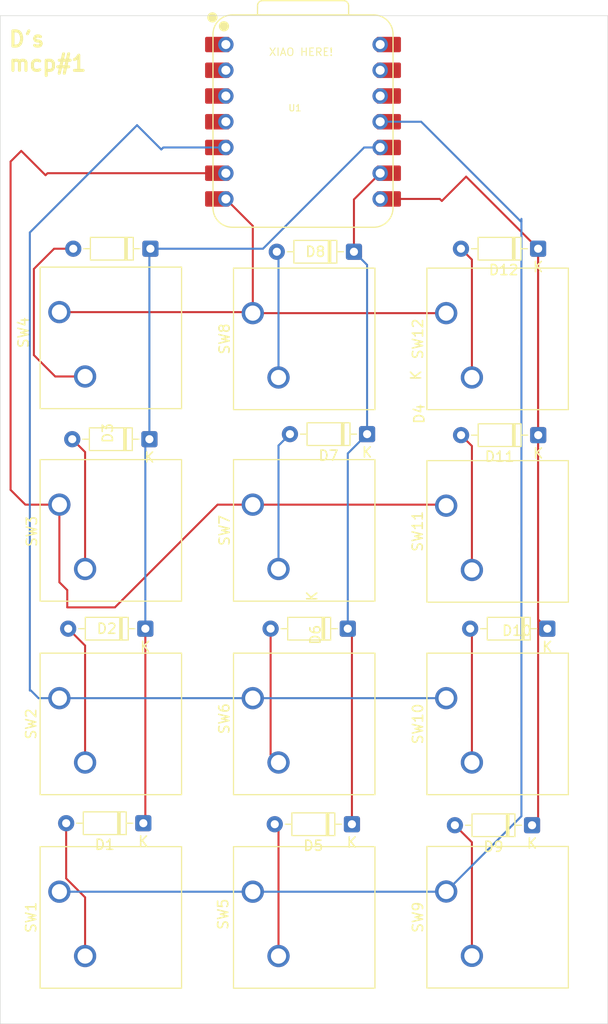
<source format=kicad_pcb>
(kicad_pcb (version 20241229) (generator "pcbnew") (generator_version "9.0")
  (layers (0 "F.Cu" signal) (2 "B.Cu" signal) (13 "F.Paste" user) (15 "B.Paste" user) (5 "F.SilkS" user "F.Silkscreen") (7 "B.SilkS" user "B.Silkscreen") (1 "F.Mask" user) (3 "B.Mask" user) (25 "Edge.Cuts" user))
  (net 0 "")
  (net 1 "Net-(U1-GPIO3{slash}MOSI)")
  (net 2 "Net-(U1-GPIO6{slash}SDA)")
  (net 3 "Net-(U1-GPIO7{slash}SCL)")
  (net 4 "Net-(U1-GPIO0{slash}TX)")
  (net 7 "GND")
  (net 8 "+5V")
  (net 11 "unconnected-(U1-GPIO29{slash}ADC3{slash}A3-Pad4)")
  (net 12 "Net-(D1-A)")
  (net 13 "Net-(D1-K)")
  (net 14 "Net-(D2-A)")
  (net 15 "Net-(D3-A)")
  (net 16 "Net-(D4-A)")
  (net 17 "Net-(D5-K)")
  (net 18 "Net-(D5-A)")
  (net 19 "Net-(D6-A)")
  (net 20 "Net-(D7-A)")
  (net 21 "Net-(D8-A)")
  (net 22 "Net-(D10-K)")
  (net 23 "Net-(D9-A)")
  (net 24 "Net-(D10-A)")
  (net 25 "Net-(D11-A)")
  (net 26 "Net-(D12-A)")
  (footprint "Diode_THT:D_DO-35_SOD27_P7.62mm_Horizontal" (layer "F.Cu") (at 156.12 129.7 180)
    (property "Reference" "D9" (at 3.81 -2.12 0) (layer "F.SilkS"))
    (property "Value" "1N4148")
    (fp_line (start 6.58 0) (end 5.93 0) (stroke (width 0.12)) (layer "F.SilkS"))
    (fp_line (start 2.53 -1.12) (end 2.53 1.12) (stroke (width 0.12)) (layer "F.SilkS"))
    (fp_line (start 2.41 -1.12) (end 2.41 1.12) (stroke (width 0.12)) (layer "F.SilkS"))
    (fp_line (start 2.29 -1.12) (end 2.29 1.12) (stroke (width 0.12)) (layer "F.SilkS"))
    (fp_line (start 1.04 0) (end 1.69 0) (stroke (width 0.12)) (layer "F.SilkS"))
    (fp_rect (start 1.69 -1.12) (end 5.93 1.12) (stroke (width 0.12)) (fill no) (layer "F.SilkS"))
    (fp_text user "K" (at 0 -1.8 0) (layer "F.SilkS"))
    (pad "1" thru_hole roundrect (at 0 0 180) (size 1.6 1.6) (drill 0.8) (layers "*.Cu" "*.Mask") (roundrect_rratio 0.15625) (net 22 "Net-(D10-K)"))
    (pad "2" thru_hole circle (at 7.62 0 180) (size 1.6 1.6) (drill 0.8) (layers "*.Cu" "*.Mask") (net 23 "Net-(D9-A)"))
  )
  (footprint "Button_Switch_Keyboard:SW_Cherry_MX_1.00u_PCB" (layer "F.Cu") (at 147.64 79.16 90)
    (property "Reference" "SW12" (at -2.54 -2.794 90) (layer "F.SilkS"))
    (property "Value" "SW_Push_45deg")
    (fp_line (start 4.445 -1.905) (end 4.445 12.065) (stroke (width 0.12)) (layer "F.SilkS"))
    (fp_line (start -9.525 -1.905) (end 4.445 -1.905) (stroke (width 0.12)) (layer "F.SilkS"))
    (fp_line (start 4.445 12.065) (end -9.525 12.065) (stroke (width 0.12)) (layer "F.SilkS"))
    (fp_line (start -9.525 12.065) (end -9.525 -1.905) (stroke (width 0.12)) (layer "F.SilkS"))
    (pad "" np_thru_hole circle (at -7.62 5.08 90) (size 1.7 1.7) (drill 1.7) (layers "*.Cu" "*.Mask"))
    (pad "" np_thru_hole circle (at -2.54 5.08 90) (size 4 4) (drill 4) (layers "*.Cu" "*.Mask"))
    (pad "" np_thru_hole circle (at 2.54 5.08 90) (size 1.7 1.7) (drill 1.7) (layers "*.Cu" "*.Mask"))
    (pad "1" thru_hole circle (at 0 0 90) (size 2.2 2.2) (drill 1.5) (layers "*.Cu" "*.Mask") (net 4 "Net-(U1-GPIO0{slash}TX)"))
    (pad "2" thru_hole circle (at -6.35 2.54 90) (size 2.2 2.2) (drill 1.5) (layers "*.Cu" "*.Mask") (net 26 "Net-(D12-A)"))
  )
  (footprint "Button_Switch_Keyboard:SW_Cherry_MX_1.00u_PCB" (layer "F.Cu") (at 109.44 117.16 90)
    (property "Reference" "SW2" (at -2.54 -2.794 90) (layer "F.SilkS"))
    (property "Value" "SW_Push_45deg")
    (fp_line (start 4.445 -1.905) (end 4.445 12.065) (stroke (width 0.12)) (layer "F.SilkS"))
    (fp_line (start -9.525 -1.905) (end 4.445 -1.905) (stroke (width 0.12)) (layer "F.SilkS"))
    (fp_line (start 4.445 12.065) (end -9.525 12.065) (stroke (width 0.12)) (layer "F.SilkS"))
    (fp_line (start -9.525 12.065) (end -9.525 -1.905) (stroke (width 0.12)) (layer "F.SilkS"))
    (pad "" np_thru_hole circle (at -7.62 5.08 90) (size 1.7 1.7) (drill 1.7) (layers "*.Cu" "*.Mask"))
    (pad "" np_thru_hole circle (at -2.54 5.08 90) (size 4 4) (drill 4) (layers "*.Cu" "*.Mask"))
    (pad "" np_thru_hole circle (at 2.54 5.08 90) (size 1.7 1.7) (drill 1.7) (layers "*.Cu" "*.Mask"))
    (pad "1" thru_hole circle (at 0 0 90) (size 2.2 2.2) (drill 1.5) (layers "*.Cu" "*.Mask") (net 2 "Net-(U1-GPIO6{slash}SDA)"))
    (pad "2" thru_hole circle (at -6.35 2.54 90) (size 2.2 2.2) (drill 1.5) (layers "*.Cu" "*.Mask") (net 14 "Net-(D2-A)"))
  )
  (footprint "Diode_THT:D_DO-35_SOD27_P7.62mm_Horizontal" (layer "F.Cu") (at 138.53 73.1 180)
    (property "Reference" "D8" (at 3.81 0 0) (layer "F.SilkS"))
    (property "Value" "1N4148")
    (fp_line (start 6.58 0) (end 5.93 0) (stroke (width 0.12)) (layer "F.SilkS"))
    (fp_line (start 2.53 -1.12) (end 2.53 1.12) (stroke (width 0.12)) (layer "F.SilkS"))
    (fp_line (start 2.41 -1.12) (end 2.41 1.12) (stroke (width 0.12)) (layer "F.SilkS"))
    (fp_line (start 2.29 -1.12) (end 2.29 1.12) (stroke (width 0.12)) (layer "F.SilkS"))
    (fp_line (start 1.04 0) (end 1.69 0) (stroke (width 0.12)) (layer "F.SilkS"))
    (fp_rect (start 1.69 -1.12) (end 5.93 1.12) (stroke (width 0.12)) (fill no) (layer "F.SilkS"))
    (pad "1" thru_hole roundrect (at 0 0 180) (size 1.6 1.6) (drill 0.8) (layers "*.Cu" "*.Mask") (roundrect_rratio 0.15625) (net 17 "Net-(D5-K)"))
    (pad "2" thru_hole circle (at 7.62 0 180) (size 1.6 1.6) (drill 0.8) (layers "*.Cu" "*.Mask") (net 21 "Net-(D8-A)"))
  )
  (footprint "Button_Switch_Keyboard:SW_Cherry_MX_1.00u_PCB" (layer "F.Cu") (at 128.54 79.16 90)
    (property "Reference" "SW8" (at -2.54 -2.794 90) (layer "F.SilkS"))
    (property "Value" "SW_Push_45deg")
    (fp_line (start 4.445 -1.905) (end 4.445 12.065) (stroke (width 0.12)) (layer "F.SilkS"))
    (fp_line (start -9.525 -1.905) (end 4.445 -1.905) (stroke (width 0.12)) (layer "F.SilkS"))
    (fp_line (start 4.445 12.065) (end -9.525 12.065) (stroke (width 0.12)) (layer "F.SilkS"))
    (fp_line (start -9.525 12.065) (end -9.525 -1.905) (stroke (width 0.12)) (layer "F.SilkS"))
    (pad "" np_thru_hole circle (at -7.62 5.08 90) (size 1.7 1.7) (drill 1.7) (layers "*.Cu" "*.Mask"))
    (pad "" np_thru_hole circle (at -2.54 5.08 90) (size 4 4) (drill 4) (layers "*.Cu" "*.Mask"))
    (pad "" np_thru_hole circle (at 2.54 5.08 90) (size 1.7 1.7) (drill 1.7) (layers "*.Cu" "*.Mask"))
    (pad "1" thru_hole circle (at 0 0 90) (size 2.2 2.2) (drill 1.5) (layers "*.Cu" "*.Mask") (net 4 "Net-(U1-GPIO0{slash}TX)"))
    (pad "2" thru_hole circle (at -6.35 2.54 90) (size 2.2 2.2) (drill 1.5) (layers "*.Cu" "*.Mask") (net 21 "Net-(D8-A)"))
  )
  (footprint "Button_Switch_Keyboard:SW_Cherry_MX_1.00u_PCB" (layer "F.Cu") (at 109.44 136.26 90)
    (property "Reference" "SW1" (at -2.54 -2.794 90) (layer "F.SilkS"))
    (property "Value" "SW_Push_45deg")
    (fp_line (start 4.445 -1.905) (end 4.445 12.065) (stroke (width 0.12)) (layer "F.SilkS"))
    (fp_line (start -9.525 -1.905) (end 4.445 -1.905) (stroke (width 0.12)) (layer "F.SilkS"))
    (fp_line (start 4.445 12.065) (end -9.525 12.065) (stroke (width 0.12)) (layer "F.SilkS"))
    (fp_line (start -9.525 12.065) (end -9.525 -1.905) (stroke (width 0.12)) (layer "F.SilkS"))
    (pad "" np_thru_hole circle (at -7.62 5.08 90) (size 1.7 1.7) (drill 1.7) (layers "*.Cu" "*.Mask"))
    (pad "" np_thru_hole circle (at -2.54 5.08 90) (size 4 4) (drill 4) (layers "*.Cu" "*.Mask"))
    (pad "" np_thru_hole circle (at 2.54 5.08 90) (size 1.7 1.7) (drill 1.7) (layers "*.Cu" "*.Mask"))
    (pad "1" thru_hole circle (at 0 0 90) (size 2.2 2.2) (drill 1.5) (layers "*.Cu" "*.Mask") (net 1 "Net-(U1-GPIO3{slash}MOSI)"))
    (pad "2" thru_hole circle (at -6.35 2.54 90) (size 2.2 2.2) (drill 1.5) (layers "*.Cu" "*.Mask") (net 12 "Net-(D1-A)"))
  )
  (footprint "Button_Switch_Keyboard:SW_Cherry_MX_1.00u_PCB" (layer "F.Cu") (at 147.64 136.24 90)
    (property "Reference" "SW9" (at -2.54 -2.794 90) (layer "F.SilkS"))
    (property "Value" "SW_Push_45deg")
    (fp_line (start 4.445 -1.905) (end 4.445 12.065) (stroke (width 0.12)) (layer "F.SilkS"))
    (fp_line (start -9.525 -1.905) (end 4.445 -1.905) (stroke (width 0.12)) (layer "F.SilkS"))
    (fp_line (start 4.445 12.065) (end -9.525 12.065) (stroke (width 0.12)) (layer "F.SilkS"))
    (fp_line (start -9.525 12.065) (end -9.525 -1.905) (stroke (width 0.12)) (layer "F.SilkS"))
    (pad "" np_thru_hole circle (at -7.62 5.08 90) (size 1.7 1.7) (drill 1.7) (layers "*.Cu" "*.Mask"))
    (pad "" np_thru_hole circle (at -2.54 5.08 90) (size 4 4) (drill 4) (layers "*.Cu" "*.Mask"))
    (pad "" np_thru_hole circle (at 2.54 5.08 90) (size 1.7 1.7) (drill 1.7) (layers "*.Cu" "*.Mask"))
    (pad "1" thru_hole circle (at 0 0 90) (size 2.2 2.2) (drill 1.5) (layers "*.Cu" "*.Mask") (net 1 "Net-(U1-GPIO3{slash}MOSI)"))
    (pad "2" thru_hole circle (at -6.35 2.54 90) (size 2.2 2.2) (drill 1.5) (layers "*.Cu" "*.Mask") (net 23 "Net-(D9-A)"))
  )
  (footprint "OPL:XIAO-RP2040-DIP" (layer "F.Cu") (at 133.5 60.2685)
    (property "Reference" "U1" (at -0.7995 -1.3525 0) (layer "F.SilkS") (effects (font (size 0.635 0.635) (thickness 0.1016))))
    (property "Value" "XIAO-RP2040-DIP")
    (fp_line (start -8.89 8.509) (end -8.89 -8.636) (stroke (width 0.127)) (layer "F.SilkS"))
    (fp_line (start -6.985 10.414) (end 6.985 10.414) (stroke (width 0.127)) (layer "F.SilkS"))
    (fp_line (start -4.495 -10.541) (end -4.491272 -11.451272) (stroke (width 0.127)) (layer "F.SilkS"))
    (fp_line (start -3.991272 -11.951) (end 4.004 -11.951) (stroke (width 0.127)) (layer "F.SilkS"))
    (fp_line (start 4.504 -11.451) (end 4.504 -10.541) (stroke (width 0.127)) (layer "F.SilkS"))
    (fp_line (start 6.985 -10.541) (end -6.985 -10.541) (stroke (width 0.1)) (layer "F.SilkS"))
    (fp_line (start 6.985 -10.541) (end -6.985 -10.541) (stroke (width 0.127)) (layer "F.SilkS"))
    (fp_line (start 8.89 8.509) (end 8.89 -8.636) (stroke (width 0.127)) (layer "F.SilkS"))
    (fp_arc (start -8.89 -8.636) (mid -8.332038 -9.983038) (end -6.985 -10.541) (stroke (width 0.127)) (layer "F.SilkS"))
    (fp_arc (start -6.985 10.414) (mid -8.332038 9.856038) (end -8.89 8.509) (stroke (width 0.127)) (layer "F.SilkS"))
    (fp_arc (start -4.491272 -11.451272) (mid -4.344728 -11.80464) (end -3.991272 -11.951) (stroke (width 0.127)) (layer "F.SilkS"))
    (fp_arc (start 4.004 -11.951) (mid 4.357553 -11.804553) (end 4.504 -11.451) (stroke (width 0.127)) (layer "F.SilkS"))
    (fp_arc (start 6.985 -10.541) (mid 8.332038 -9.983038) (end 8.89 -8.636) (stroke (width 0.127)) (layer "F.SilkS"))
    (fp_arc (start 8.89 8.509) (mid 8.332038 9.856038) (end 6.985 10.414) (stroke (width 0.127)) (layer "F.SilkS"))
    (fp_circle (center -8.95 -10.3) (end -8.95 -10.554) (stroke (width 0.5)) (fill yes) (layer "F.SilkS"))
    (fp_circle (center -7.807 -9.42) (end -7.807 -9.674) (stroke (width 0.5)) (fill yes) (layer "F.SilkS"))
    (pad "1" smd roundrect (at -8.455 -7.62 180) (size 2.432 1.524) (layers "F.Cu" "F.Mask") (roundrect_rratio 0.1))
    (pad "1" thru_hole circle (at -7.62 -7.62 180) (size 1.524 1.524) (drill 0.889) (layers "*.Cu" "*.Mask"))
    (pad "2" smd roundrect (at -8.455 -5.08 180) (size 2.432 1.524) (layers "F.Cu" "F.Mask") (roundrect_rratio 0.1))
    (pad "2" thru_hole circle (at -7.62 -5.08 180) (size 1.524 1.524) (drill 0.889) (layers "*.Cu" "*.Mask"))
    (pad "3" smd roundrect (at -8.455 -2.54 180) (size 2.432 1.524) (layers "F.Cu" "F.Mask") (roundrect_rratio 0.1))
    (pad "3" thru_hole circle (at -7.62 -2.54 180) (size 1.524 1.524) (drill 0.889) (layers "*.Cu" "*.Mask"))
    (pad "4" smd roundrect (at -8.455 0 180) (size 2.432 1.524) (layers "F.Cu" "F.Mask") (roundrect_rratio 0.1) (net 11 "unconnected-(U1-GPIO29{slash}ADC3{slash}A3-Pad4)"))
    (pad "4" thru_hole circle (at -7.62 0 180) (size 1.524 1.524) (drill 0.889) (layers "*.Cu" "*.Mask") (net 11 "unconnected-(U1-GPIO29{slash}ADC3{slash}A3-Pad4)"))
    (pad "5" smd roundrect (at -8.455 2.54 180) (size 2.432 1.524) (layers "F.Cu" "F.Mask") (roundrect_rratio 0.1) (net 2 "Net-(U1-GPIO6{slash}SDA)"))
    (pad "5" thru_hole circle (at -7.62 2.54 180) (size 1.524 1.524) (drill 0.889) (layers "*.Cu" "*.Mask") (net 2 "Net-(U1-GPIO6{slash}SDA)"))
    (pad "6" smd roundrect (at -8.455 5.08 180) (size 2.432 1.524) (layers "F.Cu" "F.Mask") (roundrect_rratio 0.1) (net 3 "Net-(U1-GPIO7{slash}SCL)"))
    (pad "6" thru_hole circle (at -7.62 5.08 180) (size 1.524 1.524) (drill 0.889) (layers "*.Cu" "*.Mask") (net 3 "Net-(U1-GPIO7{slash}SCL)"))
    (pad "7" smd roundrect (at -8.455 7.62 180) (size 2.432 1.524) (layers "F.Cu" "F.Mask") (roundrect_rratio 0.1) (net 4 "Net-(U1-GPIO0{slash}TX)"))
    (pad "7" thru_hole circle (at -7.62 7.62 180) (size 1.524 1.524) (drill 0.889) (layers "*.Cu" "*.Mask") (net 4 "Net-(U1-GPIO0{slash}TX)"))
    (pad "8" thru_hole circle (at 7.62 7.62) (size 1.524 1.524) (drill 0.889) (layers "*.Cu" "*.Mask") (net 22 "Net-(D10-K)"))
    (pad "8" smd roundrect (at 8.455 7.62) (size 2.432 1.524) (layers "F.Cu" "F.Mask") (roundrect_rratio 0.1) (net 22 "Net-(D10-K)"))
    (pad "9" thru_hole circle (at 7.62 5.08) (size 1.524 1.524) (drill 0.889) (layers "*.Cu" "*.Mask") (net 17 "Net-(D5-K)"))
    (pad "9" smd roundrect (at 8.455 5.08) (size 2.432 1.524) (layers "F.Cu" "F.Mask") (roundrect_rratio 0.1) (net 17 "Net-(D5-K)"))
    (pad "10" thru_hole circle (at 7.62 2.54) (size 1.524 1.524) (drill 0.889) (layers "*.Cu" "*.Mask") (net 13 "Net-(D1-K)"))
    (pad "10" smd roundrect (at 8.455 2.54) (size 2.432 1.524) (layers "F.Cu" "F.Mask") (roundrect_rratio 0.1) (net 13 "Net-(D1-K)"))
    (pad "11" thru_hole circle (at 7.62 0) (size 1.524 1.524) (drill 0.889) (layers "*.Cu" "*.Mask") (net 1 "Net-(U1-GPIO3{slash}MOSI)"))
    (pad "11" smd roundrect (at 8.455 0) (size 2.432 1.524) (layers "F.Cu" "F.Mask") (roundrect_rratio 0.1) (net 1 "Net-(U1-GPIO3{slash}MOSI)"))
    (pad "12" thru_hole circle (at 7.62 -2.54) (size 1.524 1.524) (drill 0.889) (layers "*.Cu" "*.Mask"))
    (pad "12" smd roundrect (at 8.455 -2.54) (size 2.432 1.524) (layers "F.Cu" "F.Mask") (roundrect_rratio 0.1))
    (pad "13" thru_hole circle (at 7.62 -5.08) (size 1.524 1.524) (drill 0.889) (layers "*.Cu" "*.Mask") (net 7 "GND"))
    (pad "13" smd roundrect (at 8.455 -5.08) (size 2.432 1.524) (layers "F.Cu" "F.Mask") (roundrect_rratio 0.1) (net 7 "GND"))
    (pad "14" thru_hole circle (at 7.62 -7.62) (size 1.524 1.524) (drill 0.889) (layers "*.Cu" "*.Mask") (net 8 "+5V"))
    (pad "14" smd roundrect (at 8.455 -7.62) (size 2.432 1.524) (layers "F.Cu" "F.Mask") (roundrect_rratio 0.1) (net 8 "+5V"))
  )
  (footprint "Button_Switch_Keyboard:SW_Cherry_MX_1.00u_PCB" (layer "F.Cu") (at 147.64 117.16 90)
    (property "Reference" "SW10" (at -2.54 -2.794 90) (layer "F.SilkS"))
    (property "Value" "SW_Push_45deg")
    (fp_line (start 4.445 -1.905) (end 4.445 12.065) (stroke (width 0.12)) (layer "F.SilkS"))
    (fp_line (start -9.525 -1.905) (end 4.445 -1.905) (stroke (width 0.12)) (layer "F.SilkS"))
    (fp_line (start 4.445 12.065) (end -9.525 12.065) (stroke (width 0.12)) (layer "F.SilkS"))
    (fp_line (start -9.525 12.065) (end -9.525 -1.905) (stroke (width 0.12)) (layer "F.SilkS"))
    (pad "" np_thru_hole circle (at -7.62 5.08 90) (size 1.7 1.7) (drill 1.7) (layers "*.Cu" "*.Mask"))
    (pad "" np_thru_hole circle (at -2.54 5.08 90) (size 4 4) (drill 4) (layers "*.Cu" "*.Mask"))
    (pad "" np_thru_hole circle (at 2.54 5.08 90) (size 1.7 1.7) (drill 1.7) (layers "*.Cu" "*.Mask"))
    (pad "1" thru_hole circle (at 0 0 90) (size 2.2 2.2) (drill 1.5) (layers "*.Cu" "*.Mask") (net 2 "Net-(U1-GPIO6{slash}SDA)"))
    (pad "2" thru_hole circle (at -6.35 2.54 90) (size 2.2 2.2) (drill 1.5) (layers "*.Cu" "*.Mask") (net 24 "Net-(D10-A)"))
  )
  (footprint "Diode_THT:D_DO-35_SOD27_P7.62mm_Horizontal" (layer "F.Cu") (at 156.72 72.8 180)
    (property "Reference" "D12" (at 3.4 -2.1 0) (layer "F.SilkS"))
    (property "Value" "1N4148")
    (fp_line (start 6.58 0) (end 5.93 0) (stroke (width 0.12)) (layer "F.SilkS"))
    (fp_line (start 2.53 -1.12) (end 2.53 1.12) (stroke (width 0.12)) (layer "F.SilkS"))
    (fp_line (start 2.41 -1.12) (end 2.41 1.12) (stroke (width 0.12)) (layer "F.SilkS"))
    (fp_line (start 2.29 -1.12) (end 2.29 1.12) (stroke (width 0.12)) (layer "F.SilkS"))
    (fp_line (start 1.04 0) (end 1.69 0) (stroke (width 0.12)) (layer "F.SilkS"))
    (fp_rect (start 1.69 -1.12) (end 5.93 1.12) (stroke (width 0.12)) (fill no) (layer "F.SilkS"))
    (fp_text user "K" (at 0 -1.8 0) (layer "F.SilkS"))
    (pad "1" thru_hole roundrect (at 0 0 180) (size 1.6 1.6) (drill 0.8) (layers "*.Cu" "*.Mask") (roundrect_rratio 0.15625) (net 22 "Net-(D10-K)"))
    (pad "2" thru_hole circle (at 7.62 0 180) (size 1.6 1.6) (drill 0.8) (layers "*.Cu" "*.Mask") (net 26 "Net-(D12-A)"))
  )
  (footprint "Diode_THT:D_DO-35_SOD27_P7.62mm_Horizontal" (layer "F.Cu") (at 139.83 91.1 180)
    (property "Reference" "D7" (at 3.81 -2.12 0) (layer "F.SilkS"))
    (property "Value" "1N4148")
    (fp_line (start 6.58 0) (end 5.93 0) (stroke (width 0.12)) (layer "F.SilkS"))
    (fp_line (start 2.53 -1.12) (end 2.53 1.12) (stroke (width 0.12)) (layer "F.SilkS"))
    (fp_line (start 2.41 -1.12) (end 2.41 1.12) (stroke (width 0.12)) (layer "F.SilkS"))
    (fp_line (start 2.29 -1.12) (end 2.29 1.12) (stroke (width 0.12)) (layer "F.SilkS"))
    (fp_line (start 1.04 0) (end 1.69 0) (stroke (width 0.12)) (layer "F.SilkS"))
    (fp_rect (start 1.69 -1.12) (end 5.93 1.12) (stroke (width 0.12)) (fill no) (layer "F.SilkS"))
    (fp_text user "K" (at 0 -1.8 0) (layer "F.SilkS"))
    (pad "1" thru_hole roundrect (at 0 0 180) (size 1.6 1.6) (drill 0.8) (layers "*.Cu" "*.Mask") (roundrect_rratio 0.15625) (net 17 "Net-(D5-K)"))
    (pad "2" thru_hole circle (at 7.62 0 180) (size 1.6 1.6) (drill 0.8) (layers "*.Cu" "*.Mask") (net 20 "Net-(D7-A)"))
  )
  (footprint "Diode_THT:D_DO-35_SOD27_P7.62mm_Horizontal" (layer "F.Cu") (at 156.73 91.2 180)
    (property "Reference" "D11" (at 3.81 -2.12 0) (layer "F.SilkS"))
    (property "Value" "1N4148")
    (fp_line (start 6.58 0) (end 5.93 0) (stroke (width 0.12)) (layer "F.SilkS"))
    (fp_line (start 2.53 -1.12) (end 2.53 1.12) (stroke (width 0.12)) (layer "F.SilkS"))
    (fp_line (start 2.41 -1.12) (end 2.41 1.12) (stroke (width 0.12)) (layer "F.SilkS"))
    (fp_line (start 2.29 -1.12) (end 2.29 1.12) (stroke (width 0.12)) (layer "F.SilkS"))
    (fp_line (start 1.04 0) (end 1.69 0) (stroke (width 0.12)) (layer "F.SilkS"))
    (fp_rect (start 1.69 -1.12) (end 5.93 1.12) (stroke (width 0.12)) (fill no) (layer "F.SilkS"))
    (fp_text user "K" (at 0 -1.8 0) (layer "F.SilkS"))
    (pad "1" thru_hole roundrect (at 0 0 180) (size 1.6 1.6) (drill 0.8) (layers "*.Cu" "*.Mask") (roundrect_rratio 0.15625) (net 22 "Net-(D10-K)"))
    (pad "2" thru_hole circle (at 7.62 0 180) (size 1.6 1.6) (drill 0.8) (layers "*.Cu" "*.Mask") (net 25 "Net-(D11-A)"))
  )
  (footprint "Button_Switch_Keyboard:SW_Cherry_MX_1.00u_PCB" (layer "F.Cu") (at 109.44 98.06 90)
    (property "Reference" "SW3" (at -2.64 -2.72 90) (layer "F.SilkS"))
    (property "Value" "SW_Push_45deg")
    (fp_line (start 4.445 -1.905) (end 4.445 12.065) (stroke (width 0.12)) (layer "F.SilkS"))
    (fp_line (start -9.525 -1.905) (end 4.445 -1.905) (stroke (width 0.12)) (layer "F.SilkS"))
    (fp_line (start 4.445 12.065) (end -9.525 12.065) (stroke (width 0.12)) (layer "F.SilkS"))
    (fp_line (start -9.525 12.065) (end -9.525 -1.905) (stroke (width 0.12)) (layer "F.SilkS"))
    (pad "" np_thru_hole circle (at -7.62 5.08 90) (size 1.7 1.7) (drill 1.7) (layers "*.Cu" "*.Mask"))
    (pad "" np_thru_hole circle (at -2.54 5.08 90) (size 4 4) (drill 4) (layers "*.Cu" "*.Mask"))
    (pad "" np_thru_hole circle (at 2.54 5.08 90) (size 1.7 1.7) (drill 1.7) (layers "*.Cu" "*.Mask"))
    (pad "1" thru_hole circle (at 0 0 90) (size 2.2 2.2) (drill 1.5) (layers "*.Cu" "*.Mask") (net 3 "Net-(U1-GPIO7{slash}SCL)"))
    (pad "2" thru_hole circle (at -6.35 2.54 90) (size 2.2 2.2) (drill 1.5) (layers "*.Cu" "*.Mask") (net 15 "Net-(D3-A)"))
  )
  (footprint "Diode_THT:D_DO-35_SOD27_P7.62mm_Horizontal" (layer "F.Cu") (at 117.73 129.5 180)
    (property "Reference" "D1" (at 3.81 -2.12 0) (layer "F.SilkS"))
    (property "Value" "1N4148")
    (fp_line (start 6.58 0) (end 5.93 0) (stroke (width 0.12)) (layer "F.SilkS"))
    (fp_line (start 2.53 -1.12) (end 2.53 1.12) (stroke (width 0.12)) (layer "F.SilkS"))
    (fp_line (start 2.41 -1.12) (end 2.41 1.12) (stroke (width 0.12)) (layer "F.SilkS"))
    (fp_line (start 2.29 -1.12) (end 2.29 1.12) (stroke (width 0.12)) (layer "F.SilkS"))
    (fp_line (start 1.04 0) (end 1.69 0) (stroke (width 0.12)) (layer "F.SilkS"))
    (fp_rect (start 1.69 -1.12) (end 5.93 1.12) (stroke (width 0.12)) (fill no) (layer "F.SilkS"))
    (fp_text user "K" (at 0 -1.8 0) (layer "F.SilkS"))
    (pad "1" thru_hole roundrect (at 0 0 180) (size 1.6 1.6) (drill 0.8) (layers "*.Cu" "*.Mask") (roundrect_rratio 0.15625) (net 13 "Net-(D1-K)"))
    (pad "2" thru_hole circle (at 7.62 0 180) (size 1.6 1.6) (drill 0.8) (layers "*.Cu" "*.Mask") (net 12 "Net-(D1-A)"))
  )
  (footprint "Diode_THT:D_DO-35_SOD27_P7.62mm_Horizontal" (layer "F.Cu") (at 138.33 129.6 180)
    (property "Reference" "D5" (at 3.81 -2.12 0) (layer "F.SilkS"))
    (property "Value" "1N4148")
    (fp_line (start 6.58 0) (end 5.93 0) (stroke (width 0.12)) (layer "F.SilkS"))
    (fp_line (start 2.53 -1.12) (end 2.53 1.12) (stroke (width 0.12)) (layer "F.SilkS"))
    (fp_line (start 2.41 -1.12) (end 2.41 1.12) (stroke (width 0.12)) (layer "F.SilkS"))
    (fp_line (start 2.29 -1.12) (end 2.29 1.12) (stroke (width 0.12)) (layer "F.SilkS"))
    (fp_line (start 1.04 0) (end 1.69 0) (stroke (width 0.12)) (layer "F.SilkS"))
    (fp_rect (start 1.69 -1.12) (end 5.93 1.12) (stroke (width 0.12)) (fill no) (layer "F.SilkS"))
    (fp_text user "K" (at 0 -1.8 0) (layer "F.SilkS"))
    (pad "1" thru_hole roundrect (at 0 0 180) (size 1.6 1.6) (drill 0.8) (layers "*.Cu" "*.Mask") (roundrect_rratio 0.15625) (net 17 "Net-(D5-K)"))
    (pad "2" thru_hole circle (at 7.62 0 180) (size 1.6 1.6) (drill 0.8) (layers "*.Cu" "*.Mask") (net 18 "Net-(D5-A)"))
  )
  (footprint "Button_Switch_Keyboard:SW_Cherry_MX_1.00u_PCB" (layer "F.Cu") (at 147.64 98.16 90)
    (property "Reference" "SW11" (at -2.54 -2.82 90) (layer "F.SilkS"))
    (property "Value" "SW_Push_45deg")
    (fp_line (start 4.445 -1.905) (end 4.445 12.065) (stroke (width 0.12)) (layer "F.SilkS"))
    (fp_line (start -9.525 -1.905) (end 4.445 -1.905) (stroke (width 0.12)) (layer "F.SilkS"))
    (fp_line (start 4.445 12.065) (end -9.525 12.065) (stroke (width 0.12)) (layer "F.SilkS"))
    (fp_line (start -9.525 12.065) (end -9.525 -1.905) (stroke (width 0.12)) (layer "F.SilkS"))
    (pad "" np_thru_hole circle (at -7.62 5.08 90) (size 1.7 1.7) (drill 1.7) (layers "*.Cu" "*.Mask"))
    (pad "" np_thru_hole circle (at -2.54 5.08 90) (size 4 4) (drill 4) (layers "*.Cu" "*.Mask"))
    (pad "" np_thru_hole circle (at 2.54 5.08 90) (size 1.7 1.7) (drill 1.7) (layers "*.Cu" "*.Mask"))
    (pad "1" thru_hole circle (at 0 0 90) (size 2.2 2.2) (drill 1.5) (layers "*.Cu" "*.Mask") (net 3 "Net-(U1-GPIO7{slash}SCL)"))
    (pad "2" thru_hole circle (at -6.35 2.54 90) (size 2.2 2.2) (drill 1.5) (layers "*.Cu" "*.Mask") (net 25 "Net-(D11-A)"))
  )
  (footprint "Diode_THT:D_DO-35_SOD27_P7.62mm_Horizontal" (layer "F.Cu") (at 117.93 110.3 180)
    (property "Reference" "D2" (at 3.81 0 0) (layer "F.SilkS"))
    (property "Value" "1N4148")
    (fp_line (start 6.58 0) (end 5.93 0) (stroke (width 0.12)) (layer "F.SilkS"))
    (fp_line (start 2.53 -1.12) (end 2.53 1.12) (stroke (width 0.12)) (layer "F.SilkS"))
    (fp_line (start 2.41 -1.12) (end 2.41 1.12) (stroke (width 0.12)) (layer "F.SilkS"))
    (fp_line (start 2.29 -1.12) (end 2.29 1.12) (stroke (width 0.12)) (layer "F.SilkS"))
    (fp_line (start 1.04 0) (end 1.69 0) (stroke (width 0.12)) (layer "F.SilkS"))
    (fp_rect (start 1.69 -1.12) (end 5.93 1.12) (stroke (width 0.12)) (fill no) (layer "F.SilkS"))
    (fp_text user "K" (at 0 -1.8 0) (layer "F.SilkS"))
    (pad "1" thru_hole roundrect (at 0 0 180) (size 1.6 1.6) (drill 0.8) (layers "*.Cu" "*.Mask") (roundrect_rratio 0.15625) (net 13 "Net-(D1-K)"))
    (pad "2" thru_hole circle (at 7.62 0 180) (size 1.6 1.6) (drill 0.8) (layers "*.Cu" "*.Mask") (net 14 "Net-(D2-A)"))
  )
  (footprint "Diode_THT:D_DO-35_SOD27_P7.62mm_Horizontal" (layer "F.Cu") (at 157.63 110.3 180)
    (property "Reference" "D10" (at 3.01 -0.2 0) (layer "F.SilkS"))
    (property "Value" "1N4148")
    (fp_line (start 6.58 0) (end 5.93 0) (stroke (width 0.12)) (layer "F.SilkS"))
    (fp_line (start 2.53 -1.12) (end 2.53 1.12) (stroke (width 0.12)) (layer "F.SilkS"))
    (fp_line (start 2.41 -1.12) (end 2.41 1.12) (stroke (width 0.12)) (layer "F.SilkS"))
    (fp_line (start 2.29 -1.12) (end 2.29 1.12) (stroke (width 0.12)) (layer "F.SilkS"))
    (fp_line (start 1.04 0) (end 1.69 0) (stroke (width 0.12)) (layer "F.SilkS"))
    (fp_rect (start 1.69 -1.12) (end 5.93 1.12) (stroke (width 0.12)) (fill no) (layer "F.SilkS"))
    (fp_text user "K" (at 0 -1.8 0) (layer "F.SilkS"))
    (pad "1" thru_hole roundrect (at 0 0 180) (size 1.6 1.6) (drill 0.8) (layers "*.Cu" "*.Mask") (roundrect_rratio 0.15625) (net 22 "Net-(D10-K)"))
    (pad "2" thru_hole circle (at 7.62 0 180) (size 1.6 1.6) (drill 0.8) (layers "*.Cu" "*.Mask") (net 24 "Net-(D10-A)"))
  )
  (footprint "Button_Switch_Keyboard:SW_Cherry_MX_1.00u_PCB" (layer "F.Cu") (at 128.54 117.16 90)
    (property "Reference" "SW6" (at -2.02 -2.82 90) (layer "F.SilkS"))
    (property "Value" "SW_Push_45deg")
    (fp_line (start 4.445 -1.905) (end 4.445 12.065) (stroke (width 0.12)) (layer "F.SilkS"))
    (fp_line (start -9.525 -1.905) (end 4.445 -1.905) (stroke (width 0.12)) (layer "F.SilkS"))
    (fp_line (start 4.445 12.065) (end -9.525 12.065) (stroke (width 0.12)) (layer "F.SilkS"))
    (fp_line (start -9.525 12.065) (end -9.525 -1.905) (stroke (width 0.12)) (layer "F.SilkS"))
    (pad "" np_thru_hole circle (at -7.62 5.08 90) (size 1.7 1.7) (drill 1.7) (layers "*.Cu" "*.Mask"))
    (pad "" np_thru_hole circle (at -2.54 5.08 90) (size 4 4) (drill 4) (layers "*.Cu" "*.Mask"))
    (pad "" np_thru_hole circle (at 2.54 5.08 90) (size 1.7 1.7) (drill 1.7) (layers "*.Cu" "*.Mask"))
    (pad "1" thru_hole circle (at 0 0 90) (size 2.2 2.2) (drill 1.5) (layers "*.Cu" "*.Mask") (net 2 "Net-(U1-GPIO6{slash}SDA)"))
    (pad "2" thru_hole circle (at -6.35 2.54 90) (size 2.2 2.2) (drill 1.5) (layers "*.Cu" "*.Mask") (net 19 "Net-(D6-A)"))
  )
  (footprint "Diode_THT:D_DO-35_SOD27_P7.62mm_Horizontal" (layer "F.Cu") (at 137.92 110.3 180)
    (property "Reference" "D6" (at 3.2 -0.6 90) (layer "F.SilkS"))
    (property "Value" "1N4148")
    (fp_line (start 6.58 0) (end 5.93 0) (stroke (width 0.12)) (layer "F.SilkS"))
    (fp_line (start 2.53 -1.12) (end 2.53 1.12) (stroke (width 0.12)) (layer "F.SilkS"))
    (fp_line (start 2.41 -1.12) (end 2.41 1.12) (stroke (width 0.12)) (layer "F.SilkS"))
    (fp_line (start 2.29 -1.12) (end 2.29 1.12) (stroke (width 0.12)) (layer "F.SilkS"))
    (fp_line (start 1.04 0) (end 1.69 0) (stroke (width 0.12)) (layer "F.SilkS"))
    (fp_rect (start 1.69 -1.12) (end 5.93 1.12) (stroke (width 0.12)) (fill no) (layer "F.SilkS"))
    (fp_text user "K" (at 3.52 3.21 90) (layer "F.SilkS"))
    (pad "1" thru_hole roundrect (at 0 0 180) (size 1.6 1.6) (drill 0.8) (layers "*.Cu" "*.Mask") (roundrect_rratio 0.15625) (net 17 "Net-(D5-K)"))
    (pad "2" thru_hole circle (at 7.62 0 180) (size 1.6 1.6) (drill 0.8) (layers "*.Cu" "*.Mask") (net 19 "Net-(D6-A)"))
  )
  (footprint "Diode_THT:D_DO-35_SOD27_P7.62mm_Horizontal" (layer "F.Cu") (at 118.33 91.6 180)
    (property "Reference" "D3" (at 4.11 0.6 90) (layer "F.SilkS"))
    (property "Value" "1N4148")
    (fp_line (start 6.58 0) (end 5.93 0) (stroke (width 0.12)) (layer "F.SilkS"))
    (fp_line (start 2.53 -1.12) (end 2.53 1.12) (stroke (width 0.12)) (layer "F.SilkS"))
    (fp_line (start 2.41 -1.12) (end 2.41 1.12) (stroke (width 0.12)) (layer "F.SilkS"))
    (fp_line (start 2.29 -1.12) (end 2.29 1.12) (stroke (width 0.12)) (layer "F.SilkS"))
    (fp_line (start 1.04 0) (end 1.69 0) (stroke (width 0.12)) (layer "F.SilkS"))
    (fp_rect (start 1.69 -1.12) (end 5.93 1.12) (stroke (width 0.12)) (fill no) (layer "F.SilkS"))
    (fp_text user "K" (at 0 -1.8 0) (layer "F.SilkS"))
    (pad "1" thru_hole roundrect (at 0 0 180) (size 1.6 1.6) (drill 0.8) (layers "*.Cu" "*.Mask") (roundrect_rratio 0.15625) (net 13 "Net-(D1-K)"))
    (pad "2" thru_hole circle (at 7.62 0 180) (size 1.6 1.6) (drill 0.8) (layers "*.Cu" "*.Mask") (net 15 "Net-(D3-A)"))
  )
  (footprint "Button_Switch_Keyboard:SW_Cherry_MX_1.00u_PCB" (layer "F.Cu") (at 128.54 136.26 90)
    (property "Reference" "SW5" (at -2.22 -2.93 90) (layer "F.SilkS"))
    (property "Value" "SW_Push_45deg")
    (fp_line (start 4.445 -1.905) (end 4.445 12.065) (stroke (width 0.12)) (layer "F.SilkS"))
    (fp_line (start -9.525 -1.905) (end 4.445 -1.905) (stroke (width 0.12)) (layer "F.SilkS"))
    (fp_line (start 4.445 12.065) (end -9.525 12.065) (stroke (width 0.12)) (layer "F.SilkS"))
    (fp_line (start -9.525 12.065) (end -9.525 -1.905) (stroke (width 0.12)) (layer "F.SilkS"))
    (pad "" np_thru_hole circle (at -7.62 5.08 90) (size 1.7 1.7) (drill 1.7) (layers "*.Cu" "*.Mask"))
    (pad "" np_thru_hole circle (at -2.54 5.08 90) (size 4 4) (drill 4) (layers "*.Cu" "*.Mask"))
    (pad "" np_thru_hole circle (at 2.54 5.08 90) (size 1.7 1.7) (drill 1.7) (layers "*.Cu" "*.Mask"))
    (pad "1" thru_hole circle (at 0 0 90) (size 2.2 2.2) (drill 1.5) (layers "*.Cu" "*.Mask") (net 1 "Net-(U1-GPIO3{slash}MOSI)"))
    (pad "2" thru_hole circle (at -6.35 2.54 90) (size 2.2 2.2) (drill 1.5) (layers "*.Cu" "*.Mask") (net 18 "Net-(D5-A)"))
  )
  (footprint "Diode_THT:D_DO-35_SOD27_P7.62mm_Horizontal" (layer "F.Cu") (at 118.43 72.8 180)
    (property "Reference" "D4" (at -26.55 -16.3 90) (layer "F.SilkS"))
    (property "Value" "1N4148")
    (fp_line (start 6.58 0) (end 5.93 0) (stroke (width 0.12)) (layer "F.SilkS"))
    (fp_line (start 2.53 -1.12) (end 2.53 1.12) (stroke (width 0.12)) (layer "F.SilkS"))
    (fp_line (start 2.41 -1.12) (end 2.41 1.12) (stroke (width 0.12)) (layer "F.SilkS"))
    (fp_line (start 2.29 -1.12) (end 2.29 1.12) (stroke (width 0.12)) (layer "F.SilkS"))
    (fp_line (start 1.04 0) (end 1.69 0) (stroke (width 0.12)) (layer "F.SilkS"))
    (fp_rect (start 1.69 -1.12) (end 5.93 1.12) (stroke (width 0.12)) (fill no) (layer "F.SilkS"))
    (fp_text user "K" (at -26.23 -12.49 90) (layer "F.SilkS"))
    (pad "1" thru_hole roundrect (at 0 0 180) (size 1.6 1.6) (drill 0.8) (layers "*.Cu" "*.Mask") (roundrect_rratio 0.15625) (net 13 "Net-(D1-K)"))
    (pad "2" thru_hole circle (at 7.62 0 180) (size 1.6 1.6) (drill 0.8) (layers "*.Cu" "*.Mask") (net 16 "Net-(D4-A)"))
  )
  (footprint "Button_Switch_Keyboard:SW_Cherry_MX_1.00u_PCB" (layer "F.Cu") (at 109.44 79.06 90)
    (property "Reference" "SW4" (at -2.02 -3.55 90) (layer "F.SilkS"))
    (property "Value" "SW_Push_45deg")
    (fp_line (start 4.445 -1.905) (end 4.445 12.065) (stroke (width 0.12)) (layer "F.SilkS"))
    (fp_line (start -9.525 -1.905) (end 4.445 -1.905) (stroke (width 0.12)) (layer "F.SilkS"))
    (fp_line (start 4.445 12.065) (end -9.525 12.065) (stroke (width 0.12)) (layer "F.SilkS"))
    (fp_line (start -9.525 12.065) (end -9.525 -1.905) (stroke (width 0.12)) (layer "F.SilkS"))
    (pad "" np_thru_hole circle (at -7.62 5.08 90) (size 1.7 1.7) (drill 1.7) (layers "*.Cu" "*.Mask"))
    (pad "" np_thru_hole circle (at -2.54 5.08 90) (size 4 4) (drill 4) (layers "*.Cu" "*.Mask"))
    (pad "" np_thru_hole circle (at 2.54 5.08 90) (size 1.7 1.7) (drill 1.7) (layers "*.Cu" "*.Mask"))
    (pad "1" thru_hole circle (at 0 0 90) (size 2.2 2.2) (drill 1.5) (layers "*.Cu" "*.Mask") (net 4 "Net-(U1-GPIO0{slash}TX)"))
    (pad "2" thru_hole circle (at -6.35 2.54 90) (size 2.2 2.2) (drill 1.5) (layers "*.Cu" "*.Mask") (net 16 "Net-(D4-A)"))
  )
  (footprint "Button_Switch_Keyboard:SW_Cherry_MX_1.00u_PCB" (layer "F.Cu") (at 128.54 98.06 90)
    (property "Reference" "SW7" (at -2.54 -2.794 90) (layer "F.SilkS"))
    (property "Value" "SW_Push_45deg")
    (fp_line (start 4.445 -1.905) (end 4.445 12.065) (stroke (width 0.12)) (layer "F.SilkS"))
    (fp_line (start -9.525 -1.905) (end 4.445 -1.905) (stroke (width 0.12)) (layer "F.SilkS"))
    (fp_line (start 4.445 12.065) (end -9.525 12.065) (stroke (width 0.12)) (layer "F.SilkS"))
    (fp_line (start -9.525 12.065) (end -9.525 -1.905) (stroke (width 0.12)) (layer "F.SilkS"))
    (pad "" np_thru_hole circle (at -7.62 5.08 90) (size 1.7 1.7) (drill 1.7) (layers "*.Cu" "*.Mask"))
    (pad "" np_thru_hole circle (at -2.54 5.08 90) (size 4 4) (drill 4) (layers "*.Cu" "*.Mask"))
    (pad "" np_thru_hole circle (at 2.54 5.08 90) (size 1.7 1.7) (drill 1.7) (layers "*.Cu" "*.Mask"))
    (pad "1" thru_hole circle (at 0 0 90) (size 2.2 2.2) (drill 1.5) (layers "*.Cu" "*.Mask") (net 3 "Net-(U1-GPIO7{slash}SCL)"))
    (pad "2" thru_hole circle (at -6.35 2.54 90) (size 2.2 2.2) (drill 1.5) (layers "*.Cu" "*.Mask") (net 20 "Net-(D7-A)"))
  )
  (gr_rect (start 103.6 49.8) (end 163.6 149.3) (stroke (width 0.05)) (fill no) (layer "Edge.Cuts"))
  (gr_text "mcp#1" (at 104.3 55.4 0) (layer "F.SilkS") (effects (font (size 1.5 1.5) (thickness 0.3) (bold yes)) (justify left bottom)))
  (gr_text "D's" (at 104.3 53 0) (layer "F.SilkS") (effects (font (size 1.5 1.5) (thickness 0.3) (bold yes)) (justify left bottom)))
  (gr_text "XIAO HERE!" (at 130.08 53.8315 0) (layer "F.SilkS") (effects (font (size 0.75 0.75) (thickness 0.09375)) (justify left bottom)))
  (segment (start 155.071 70.1) (end 155.071 69.851) (width 0.2) (layer "B.Cu") (net 1))
  (segment (start 155 70.1) (end 145.1685 60.2685) (width 0.2) (layer "B.Cu") (net 1))
  (segment (start 147.62 136.26) (end 147.64 136.24) (width 0.2) (layer "B.Cu") (net 1))
  (segment (start 147.64 136.24) (end 155.071 128.809) (width 0.2) (layer "B.Cu") (net 1))
  (segment (start 155.071 128.809) (end 155.071 70.1) (width 0.2) (layer "B.Cu") (net 1))
  (segment (start 145.1685 60.2685) (end 141.12 60.2685) (width 0.2) (layer "B.Cu") (net 1))
  (segment (start 109.44 136.26) (end 128.54 136.26) (width 0.2) (layer "B.Cu") (net 1))
  (segment (start 128.54 136.26) (end 147.62 136.26) (width 0.2) (layer "B.Cu") (net 1))
  (segment (start 155.071 70.1) (end 155 70.1) (width 0.2) (layer "B.Cu") (net 1))
  (segment (start 117.11 60.61) (end 106.52 71.2) (width 0.2) (layer "B.Cu") (net 2))
  (segment (start 119.5085 63.0085) (end 119.7085 62.8085) (width 0.2) (layer "B.Cu") (net 2))
  (segment (start 119.5085 63.0085) (end 117.11 60.61) (width 0.2) (layer "B.Cu") (net 2))
  (segment (start 106.52 116.4) (end 106.62 116.4) (width 0.2) (layer "B.Cu") (net 2))
  (segment (start 106.62 116.4) (end 107.38 117.16) (width 0.2) (layer "B.Cu") (net 2))
  (segment (start 109.44 117.16) (end 128.54 117.16) (width 0.2) (layer "B.Cu") (net 2))
  (segment (start 119.7085 62.8085) (end 125.88 62.8085) (width 0.2) (layer "B.Cu") (net 2))
  (segment (start 128.54 117.16) (end 147.64 117.16) (width 0.2) (layer "B.Cu") (net 2))
  (segment (start 107.38 117.16) (end 109.44 117.16) (width 0.2) (layer "B.Cu") (net 2))
  (segment (start 117.1115 60.6085) (end 117.11 60.61) (width 0.2) (layer "B.Cu") (net 2))
  (segment (start 106.52 71.2) (end 106.52 116.4) (width 0.2) (layer "B.Cu") (net 2))
  (segment (start 108.2715 65.3485) (end 125.88 65.3485) (width 0.2) (layer "F.Cu") (net 3))
  (segment (start 128.54 98.06) (end 125.06 98.06) (width 0.2) (layer "F.Cu") (net 3))
  (segment (start 114.92 108.2) (end 110.22 108.2) (width 0.2) (layer "F.Cu") (net 3))
  (segment (start 147.54 98.06) (end 147.64 98.16) (width 0.2) (layer "F.Cu") (net 3))
  (segment (start 104.62 96.6) (end 104.62 64.2) (width 0.2) (layer "F.Cu") (net 3))
  (segment (start 108.0715 65.5485) (end 105.6715 63.1485) (width 0.2) (layer "F.Cu") (net 3))
  (segment (start 106.08 98.06) (end 104.62 96.6) (width 0.2) (layer "F.Cu") (net 3))
  (segment (start 110.22 106.5) (end 109.44 105.72) (width 0.2) (layer "F.Cu") (net 3))
  (segment (start 109.44 105.72) (end 109.44 98.06) (width 0.2) (layer "F.Cu") (net 3))
  (segment (start 108.0715 65.5485) (end 108.2715 65.3485) (width 0.2) (layer "F.Cu") (net 3))
  (segment (start 125.06 98.06) (end 114.92 108.2) (width 0.2) (layer "F.Cu") (net 3))
  (segment (start 110.22 108.2) (end 110.22 106.5) (width 0.2) (layer "F.Cu") (net 3))
  (segment (start 104.62 64.2) (end 105.6715 63.1485) (width 0.2) (layer "F.Cu") (net 3))
  (segment (start 128.54 98.06) (end 147.54 98.06) (width 0.2) (layer "F.Cu") (net 3))
  (segment (start 109.44 98.06) (end 106.08 98.06) (width 0.2) (layer "F.Cu") (net 3))
  (segment (start 128.54 79.16) (end 128.54 70.5485) (width 0.2) (layer "F.Cu") (net 4))
  (segment (start 147.64 79.16) (end 128.54 79.16) (width 0.2) (layer "F.Cu") (net 4))
  (segment (start 109.44 79.06) (end 128.44 79.06) (width 0.2) (layer "F.Cu") (net 4))
  (segment (start 128.44 79.06) (end 128.54 79.16) (width 0.2) (layer "F.Cu") (net 4))
  (segment (start 128.54 70.5485) (end 125.88 67.8885) (width 0.2) (layer "F.Cu") (net 4))
  (segment (start 125.06 60.44) (end 124.225 60.44) (width 0.2) (layer "F.Cu") (net 11))
  (segment (start 111.98 142.61) (end 111.98 136.818686) (width 0.2) (layer "F.Cu") (net 12))
  (segment (start 110.11 134.948686) (end 110.11 129.5) (width 0.2) (layer "F.Cu") (net 12))
  (segment (start 111.98 136.818686) (end 110.11 134.948686) (width 0.2) (layer "F.Cu") (net 12))
  (segment (start 118.12 128.9) (end 117.93 128.71) (width 0.2) (layer "F.Cu") (net 13))
  (segment (start 117.73 129.5) (end 117.73 129.29) (width 0.2) (layer "F.Cu") (net 13))
  (segment (start 117.73 129.29) (end 118.12 128.9) (width 0.2) (layer "F.Cu") (net 13))
  (segment (start 117.93 128.71) (end 117.93 110.3) (width 0.2) (layer "F.Cu") (net 13))
  (segment (start 139.54 62.8085) (end 141.12 62.8085) (width 0.2) (layer "B.Cu") (net 13))
  (segment (start 118.43 72.8) (end 129.5485 72.8) (width 0.2) (layer "B.Cu") (net 13))
  (segment (start 118.33 72.9) (end 118.43 72.8) (width 0.2) (layer "B.Cu") (net 13))
  (segment (start 129.5485 72.8) (end 139.54 62.8085) (width 0.2) (layer "B.Cu") (net 13))
  (segment (start 118.33 91.6) (end 118.33 72.9) (width 0.2) (layer "B.Cu") (net 13))
  (segment (start 117.93 92) (end 118.33 91.6) (width 0.2) (layer "B.Cu") (net 13))
  (segment (start 117.93 110.3) (end 117.93 92) (width 0.2) (layer "B.Cu") (net 13))
  (segment (start 111.98 123.51) (end 111.98 111.97) (width 0.2) (layer "F.Cu") (net 14))
  (segment (start 111.98 111.97) (end 110.31 110.3) (width 0.2) (layer "F.Cu") (net 14))
  (segment (start 111.98 104.41) (end 111.98 92.87) (width 0.2) (layer "F.Cu") (net 15))
  (segment (start 111.98 92.87) (end 110.71 91.6) (width 0.2) (layer "F.Cu") (net 15))
  (segment (start 109.03 85.41) (end 111.98 85.41) (width 0.2) (layer "F.Cu") (net 16))
  (segment (start 106.92 74.8) (end 106.92 83.3) (width 0.2) (layer "F.Cu") (net 16))
  (segment (start 108.92 72.8) (end 106.92 74.8) (width 0.2) (layer "F.Cu") (net 16))
  (segment (start 106.92 83.3) (end 109.03 85.41) (width 0.2) (layer "F.Cu") (net 16))
  (segment (start 110.81 72.8) (end 108.92 72.8) (width 0.2) (layer "F.Cu") (net 16))
  (segment (start 138.33 110.71) (end 137.92 110.3) (width 0.2) (layer "F.Cu") (net 17))
  (segment (start 138.33 129.6) (end 138.33 110.71) (width 0.2) (layer "F.Cu") (net 17))
  (segment (start 141.12 65.3485) (end 138.53 67.9385) (width 0.2) (layer "F.Cu") (net 17))
  (segment (start 138.53 67.9385) (end 138.53 73.1) (width 0.2) (layer "F.Cu") (net 17))
  (segment (start 139.83 74.4) (end 138.53 73.1) (width 0.2) (layer "B.Cu") (net 17))
  (segment (start 139.83 91.1) (end 139.83 74.4) (width 0.2) (layer "B.Cu") (net 17))
  (segment (start 137.92 110.3) (end 137.92 93.01) (width 0.2) (layer "B.Cu") (net 17))
  (segment (start 137.92 93.01) (end 139.83 91.1) (width 0.2) (layer "B.Cu") (net 17))
  (segment (start 131.08 130.08) (end 131.08 142.61) (width 0.2) (layer "F.Cu") (net 18))
  (segment (start 130.71 129.6) (end 130.71 129.71) (width 0.2) (layer "F.Cu") (net 18))
  (segment (start 130.71 129.71) (end 131.08 130.08) (width 0.2) (layer "F.Cu") (net 18))
  (segment (start 130.3 122.73) (end 130.3 110.3) (width 0.2) (layer "F.Cu") (net 19))
  (segment (start 131.08 123.51) (end 130.3 122.73) (width 0.2) (layer "F.Cu") (net 19))
  (segment (start 131.08 92.23) (end 132.21 91.1) (width 0.2) (layer "B.Cu") (net 20))
  (segment (start 131.08 104.41) (end 131.08 92.23) (width 0.2) (layer "B.Cu") (net 20))
  (segment (start 131.08 73.27) (end 130.91 73.1) (width 0.2) (layer "B.Cu") (net 21))
  (segment (start 131.08 85.51) (end 131.08 73.27) (width 0.2) (layer "B.Cu") (net 21))
  (segment (start 141.955 67.8885) (end 147.0115 67.8885) (width 0.2) (layer "F.Cu") (net 22))
  (segment (start 156.72 72.8) (end 156.72 109.39) (width 0.2) (layer "F.Cu") (net 22))
  (segment (start 147.2115 68.0885) (end 149.61 65.69) (width 0.2) (layer "F.Cu") (net 22))
  (segment (start 147.0115 67.8885) (end 147.2115 68.0885) (width 0.2) (layer "F.Cu") (net 22))
  (segment (start 149.61 65.69) (end 156.72 72.8) (width 0.2) (layer "F.Cu") (net 22))
  (segment (start 156.72 91.19) (end 156.73 91.2) (width 0.2) (layer "F.Cu") (net 22))
  (segment (start 156.72 72.8) (end 156.72 129.1) (width 0.2) (layer "F.Cu") (net 22))
  (segment (start 156.72 109.39) (end 157.63 110.3) (width 0.2) (layer "F.Cu") (net 22))
  (segment (start 156.72 72.8) (end 156.72 91.19) (width 0.2) (layer "F.Cu") (net 22))
  (segment (start 149.6085 65.6885) (end 149.61 65.69) (width 0.2) (layer "F.Cu") (net 22))
  (segment (start 156.72 129.1) (end 156.12 129.7) (width 0.2) (layer "F.Cu") (net 22))
  (segment (start 150.18 131.38) (end 148.5 129.7) (width 0.2) (layer "F.Cu") (net 23))
  (segment (start 150.18 142.59) (end 150.18 131.38) (width 0.2) (layer "F.Cu") (net 23))
  (segment (start 150.18 110.47) (end 150.01 110.3) (width 0.2) (layer "F.Cu") (net 24))
  (segment (start 150.18 123.51) (end 150.18 110.47) (width 0.2) (layer "F.Cu") (net 24))
  (segment (start 150.18 92.27) (end 149.11 91.2) (width 0.2) (layer "F.Cu") (net 25))
  (segment (start 150.18 104.51) (end 150.18 92.27) (width 0.2) (layer "F.Cu") (net 25))
  (segment (start 150.18 85.51) (end 150.18 73.88) (width 0.2) (layer "F.Cu") (net 26))
  (segment (start 150.18 73.88) (end 149.1 72.8) (width 0.2) (layer "F.Cu") (net 26))
)
</source>
